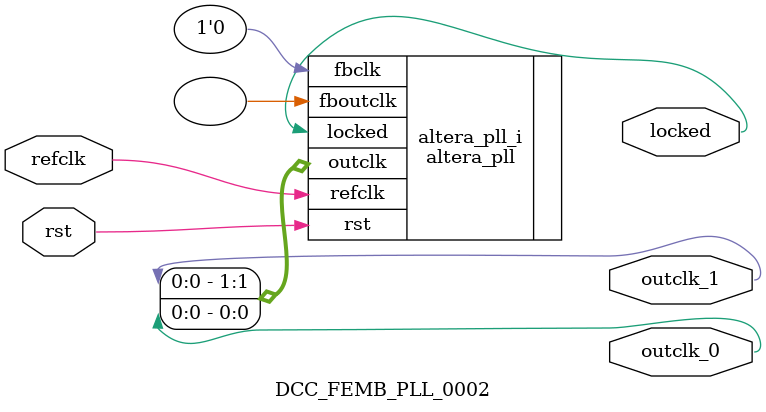
<source format=v>
`timescale 1ns/10ps
module  DCC_FEMB_PLL_0002(

	// interface 'refclk'
	input wire refclk,

	// interface 'reset'
	input wire rst,

	// interface 'outclk0'
	output wire outclk_0,

	// interface 'outclk1'
	output wire outclk_1,

	// interface 'locked'
	output wire locked
);

	altera_pll #(
		.fractional_vco_multiplier("false"),
		.reference_clock_frequency("100.0 MHz"),
		.operation_mode("direct"),
		.number_of_clocks(2),
		.output_clock_frequency0("128.000000 MHz"),
		.phase_shift0("0 ps"),
		.duty_cycle0(50),
		.output_clock_frequency1("98.461538 MHz"),
		.phase_shift1("0 ps"),
		.duty_cycle1(50),
		.output_clock_frequency2("0 MHz"),
		.phase_shift2("0 ps"),
		.duty_cycle2(50),
		.output_clock_frequency3("0 MHz"),
		.phase_shift3("0 ps"),
		.duty_cycle3(50),
		.output_clock_frequency4("0 MHz"),
		.phase_shift4("0 ps"),
		.duty_cycle4(50),
		.output_clock_frequency5("0 MHz"),
		.phase_shift5("0 ps"),
		.duty_cycle5(50),
		.output_clock_frequency6("0 MHz"),
		.phase_shift6("0 ps"),
		.duty_cycle6(50),
		.output_clock_frequency7("0 MHz"),
		.phase_shift7("0 ps"),
		.duty_cycle7(50),
		.output_clock_frequency8("0 MHz"),
		.phase_shift8("0 ps"),
		.duty_cycle8(50),
		.output_clock_frequency9("0 MHz"),
		.phase_shift9("0 ps"),
		.duty_cycle9(50),
		.output_clock_frequency10("0 MHz"),
		.phase_shift10("0 ps"),
		.duty_cycle10(50),
		.output_clock_frequency11("0 MHz"),
		.phase_shift11("0 ps"),
		.duty_cycle11(50),
		.output_clock_frequency12("0 MHz"),
		.phase_shift12("0 ps"),
		.duty_cycle12(50),
		.output_clock_frequency13("0 MHz"),
		.phase_shift13("0 ps"),
		.duty_cycle13(50),
		.output_clock_frequency14("0 MHz"),
		.phase_shift14("0 ps"),
		.duty_cycle14(50),
		.output_clock_frequency15("0 MHz"),
		.phase_shift15("0 ps"),
		.duty_cycle15(50),
		.output_clock_frequency16("0 MHz"),
		.phase_shift16("0 ps"),
		.duty_cycle16(50),
		.output_clock_frequency17("0 MHz"),
		.phase_shift17("0 ps"),
		.duty_cycle17(50),
		.pll_type("General"),
		.pll_subtype("General")
	) altera_pll_i (
		.rst	(rst),
		.outclk	({outclk_1, outclk_0}),
		.locked	(locked),
		.fboutclk	( ),
		.fbclk	(1'b0),
		.refclk	(refclk)
	);
endmodule


</source>
